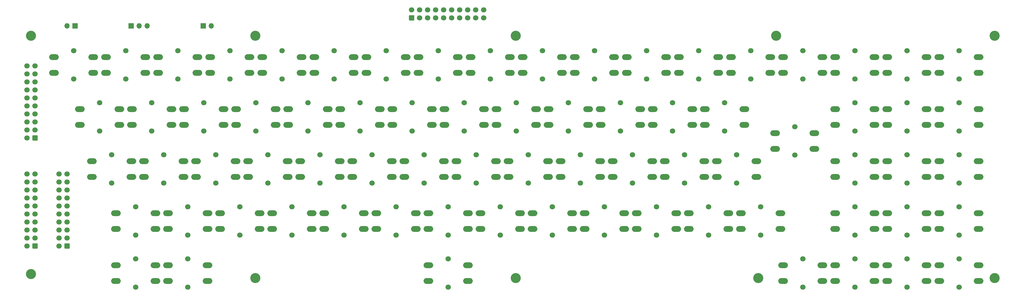
<source format=gbs>
G04 #@! TF.GenerationSoftware,KiCad,Pcbnew,(5.1.12)-1*
G04 #@! TF.CreationDate,2024-09-28T15:58:51+01:00*
G04 #@! TF.ProjectId,Keyboard,4b657962-6f61-4726-942e-6b696361645f,rev?*
G04 #@! TF.SameCoordinates,Original*
G04 #@! TF.FileFunction,Soldermask,Bot*
G04 #@! TF.FilePolarity,Negative*
%FSLAX46Y46*%
G04 Gerber Fmt 4.6, Leading zero omitted, Abs format (unit mm)*
G04 Created by KiCad (PCBNEW (5.1.12)-1) date 2024-09-28 15:58:51*
%MOMM*%
%LPD*%
G01*
G04 APERTURE LIST*
%ADD10C,1.700000*%
%ADD11O,3.048000X1.850000*%
%ADD12C,3.200000*%
%ADD13O,1.700000X1.700000*%
%ADD14R,1.700000X1.700000*%
G04 APERTURE END LIST*
D10*
G04 #@! TO.C,SW59*
X114454000Y-112156000D03*
X114454000Y-103156000D03*
D11*
X108204000Y-110156000D03*
X108204000Y-105156000D03*
X120704000Y-110156000D03*
X120704000Y-105156000D03*
G04 #@! TD*
D10*
G04 #@! TO.C,SW22*
X274474000Y-145176000D03*
X274474000Y-136176000D03*
D11*
X268224000Y-143176000D03*
X268224000Y-138176000D03*
X280724000Y-143176000D03*
X280724000Y-138176000D03*
G04 #@! TD*
D10*
G04 #@! TO.C,SW121*
X290984000Y-145176000D03*
X290984000Y-136176000D03*
D11*
X284734000Y-143176000D03*
X284734000Y-138176000D03*
X297234000Y-143176000D03*
X297234000Y-138176000D03*
G04 #@! TD*
D10*
G04 #@! TO.C,SW79*
X304319000Y-95646000D03*
X304319000Y-86646000D03*
D11*
X298069000Y-93646000D03*
X298069000Y-88646000D03*
X310569000Y-93646000D03*
X310569000Y-88646000D03*
G04 #@! TD*
D10*
G04 #@! TO.C,SW71*
X109374000Y-145176000D03*
X109374000Y-136176000D03*
D11*
X103124000Y-143176000D03*
X103124000Y-138176000D03*
X115624000Y-143176000D03*
X115624000Y-138176000D03*
G04 #@! TD*
D10*
G04 #@! TO.C,SW70*
X85244000Y-128666000D03*
X85244000Y-119666000D03*
D11*
X78994000Y-126666000D03*
X78994000Y-121666000D03*
X91494000Y-126666000D03*
X91494000Y-121666000D03*
G04 #@! TD*
D10*
G04 #@! TO.C,SW69*
X101754000Y-128666000D03*
X101754000Y-119666000D03*
D11*
X95504000Y-126666000D03*
X95504000Y-121666000D03*
X108004000Y-126666000D03*
X108004000Y-121666000D03*
G04 #@! TD*
D10*
G04 #@! TO.C,SW68*
X81434000Y-112156000D03*
X81434000Y-103156000D03*
D11*
X75184000Y-110156000D03*
X75184000Y-105156000D03*
X87684000Y-110156000D03*
X87684000Y-105156000D03*
G04 #@! TD*
D10*
G04 #@! TO.C,SW67*
X97944000Y-112156000D03*
X97944000Y-103156000D03*
D11*
X91694000Y-110156000D03*
X91694000Y-105156000D03*
X104194000Y-110156000D03*
X104194000Y-105156000D03*
G04 #@! TD*
D10*
G04 #@! TO.C,SW66*
X73179000Y-95646000D03*
X73179000Y-86646000D03*
D11*
X66929000Y-93646000D03*
X66929000Y-88646000D03*
X79429000Y-93646000D03*
X79429000Y-88646000D03*
G04 #@! TD*
D10*
G04 #@! TO.C,SW65*
X106199000Y-95646000D03*
X106199000Y-86646000D03*
D11*
X99949000Y-93646000D03*
X99949000Y-88646000D03*
X112449000Y-93646000D03*
X112449000Y-88646000D03*
G04 #@! TD*
D10*
G04 #@! TO.C,SW64*
X89689000Y-95646000D03*
X89689000Y-86646000D03*
D11*
X83439000Y-93646000D03*
X83439000Y-88646000D03*
X95939000Y-93646000D03*
X95939000Y-88646000D03*
G04 #@! TD*
D10*
G04 #@! TO.C,SW63*
X125884000Y-145176000D03*
X125884000Y-136176000D03*
D11*
X119634000Y-143176000D03*
X119634000Y-138176000D03*
X132134000Y-143176000D03*
X132134000Y-138176000D03*
G04 #@! TD*
D10*
G04 #@! TO.C,SW62*
X142394000Y-145176000D03*
X142394000Y-136176000D03*
D11*
X136144000Y-143176000D03*
X136144000Y-138176000D03*
X148644000Y-143176000D03*
X148644000Y-138176000D03*
G04 #@! TD*
D10*
G04 #@! TO.C,SW61*
X134774000Y-128666000D03*
X134774000Y-119666000D03*
D11*
X128524000Y-126666000D03*
X128524000Y-121666000D03*
X141024000Y-126666000D03*
X141024000Y-121666000D03*
G04 #@! TD*
D10*
G04 #@! TO.C,SW60*
X118264000Y-128666000D03*
X118264000Y-119666000D03*
D11*
X112014000Y-126666000D03*
X112014000Y-121666000D03*
X124514000Y-126666000D03*
X124514000Y-121666000D03*
G04 #@! TD*
D10*
G04 #@! TO.C,SW58*
X130964000Y-112156000D03*
X130964000Y-103156000D03*
D11*
X124714000Y-110156000D03*
X124714000Y-105156000D03*
X137214000Y-110156000D03*
X137214000Y-105156000D03*
G04 #@! TD*
D10*
G04 #@! TO.C,SW57*
X122709000Y-95646000D03*
X122709000Y-86646000D03*
D11*
X116459000Y-93646000D03*
X116459000Y-88646000D03*
X128959000Y-93646000D03*
X128959000Y-88646000D03*
G04 #@! TD*
D10*
G04 #@! TO.C,SW56*
X139219000Y-95646000D03*
X139219000Y-86646000D03*
D11*
X132969000Y-93646000D03*
X132969000Y-88646000D03*
X145469000Y-93646000D03*
X145469000Y-88646000D03*
G04 #@! TD*
D10*
G04 #@! TO.C,SW55*
X158904000Y-145176000D03*
X158904000Y-136176000D03*
D11*
X152654000Y-143176000D03*
X152654000Y-138176000D03*
X165154000Y-143176000D03*
X165154000Y-138176000D03*
G04 #@! TD*
D10*
G04 #@! TO.C,SW54*
X175414000Y-145176000D03*
X175414000Y-136176000D03*
D11*
X169164000Y-143176000D03*
X169164000Y-138176000D03*
X181664000Y-143176000D03*
X181664000Y-138176000D03*
G04 #@! TD*
D10*
G04 #@! TO.C,SW53*
X151284000Y-128666000D03*
X151284000Y-119666000D03*
D11*
X145034000Y-126666000D03*
X145034000Y-121666000D03*
X157534000Y-126666000D03*
X157534000Y-121666000D03*
G04 #@! TD*
D10*
G04 #@! TO.C,SW52*
X167794000Y-128666000D03*
X167794000Y-119666000D03*
D11*
X161544000Y-126666000D03*
X161544000Y-121666000D03*
X174044000Y-126666000D03*
X174044000Y-121666000D03*
G04 #@! TD*
D10*
G04 #@! TO.C,SW51*
X163984000Y-112156000D03*
X163984000Y-103156000D03*
D11*
X157734000Y-110156000D03*
X157734000Y-105156000D03*
X170234000Y-110156000D03*
X170234000Y-105156000D03*
G04 #@! TD*
D10*
G04 #@! TO.C,SW50*
X147474000Y-112156000D03*
X147474000Y-103156000D03*
D11*
X141224000Y-110156000D03*
X141224000Y-105156000D03*
X153724000Y-110156000D03*
X153724000Y-105156000D03*
G04 #@! TD*
D10*
G04 #@! TO.C,SW49*
X155729000Y-95646000D03*
X155729000Y-86646000D03*
D11*
X149479000Y-93646000D03*
X149479000Y-88646000D03*
X161979000Y-93646000D03*
X161979000Y-88646000D03*
G04 #@! TD*
D10*
G04 #@! TO.C,SW48*
X172239000Y-95646000D03*
X172239000Y-86646000D03*
D11*
X165989000Y-93646000D03*
X165989000Y-88646000D03*
X178489000Y-93646000D03*
X178489000Y-88646000D03*
G04 #@! TD*
D10*
G04 #@! TO.C,SW47*
X191924000Y-161686000D03*
X191924000Y-152686000D03*
D11*
X185674000Y-159686000D03*
X185674000Y-154686000D03*
X198174000Y-159686000D03*
X198174000Y-154686000D03*
G04 #@! TD*
D10*
G04 #@! TO.C,SW46*
X191924000Y-145176000D03*
X191924000Y-136176000D03*
D11*
X185674000Y-143176000D03*
X185674000Y-138176000D03*
X198174000Y-143176000D03*
X198174000Y-138176000D03*
G04 #@! TD*
D10*
G04 #@! TO.C,SW45*
X200814000Y-128666000D03*
X200814000Y-119666000D03*
D11*
X194564000Y-126666000D03*
X194564000Y-121666000D03*
X207064000Y-126666000D03*
X207064000Y-121666000D03*
G04 #@! TD*
D10*
G04 #@! TO.C,SW44*
X184304000Y-128666000D03*
X184304000Y-119666000D03*
D11*
X178054000Y-126666000D03*
X178054000Y-121666000D03*
X190554000Y-126666000D03*
X190554000Y-121666000D03*
G04 #@! TD*
D10*
G04 #@! TO.C,SW43*
X180494000Y-112156000D03*
X180494000Y-103156000D03*
D11*
X174244000Y-110156000D03*
X174244000Y-105156000D03*
X186744000Y-110156000D03*
X186744000Y-105156000D03*
G04 #@! TD*
D10*
G04 #@! TO.C,SW42*
X197004000Y-112156000D03*
X197004000Y-103156000D03*
D11*
X190754000Y-110156000D03*
X190754000Y-105156000D03*
X203254000Y-110156000D03*
X203254000Y-105156000D03*
G04 #@! TD*
D10*
G04 #@! TO.C,SW41*
X188749000Y-95646000D03*
X188749000Y-86646000D03*
D11*
X182499000Y-93646000D03*
X182499000Y-88646000D03*
X194999000Y-93646000D03*
X194999000Y-88646000D03*
G04 #@! TD*
D10*
G04 #@! TO.C,SW40*
X205259000Y-95646000D03*
X205259000Y-86646000D03*
D11*
X199009000Y-93646000D03*
X199009000Y-88646000D03*
X211509000Y-93646000D03*
X211509000Y-88646000D03*
G04 #@! TD*
D10*
G04 #@! TO.C,SW39*
X224944000Y-145176000D03*
X224944000Y-136176000D03*
D11*
X218694000Y-143176000D03*
X218694000Y-138176000D03*
X231194000Y-143176000D03*
X231194000Y-138176000D03*
G04 #@! TD*
D10*
G04 #@! TO.C,SW38*
X208434000Y-145176000D03*
X208434000Y-136176000D03*
D11*
X202184000Y-143176000D03*
X202184000Y-138176000D03*
X214684000Y-143176000D03*
X214684000Y-138176000D03*
G04 #@! TD*
D10*
G04 #@! TO.C,SW37*
X217324000Y-128666000D03*
X217324000Y-119666000D03*
D11*
X211074000Y-126666000D03*
X211074000Y-121666000D03*
X223574000Y-126666000D03*
X223574000Y-121666000D03*
G04 #@! TD*
D10*
G04 #@! TO.C,SW36*
X233834000Y-128666000D03*
X233834000Y-119666000D03*
D11*
X227584000Y-126666000D03*
X227584000Y-121666000D03*
X240084000Y-126666000D03*
X240084000Y-121666000D03*
G04 #@! TD*
D10*
G04 #@! TO.C,SW35*
X213514000Y-112156000D03*
X213514000Y-103156000D03*
D11*
X207264000Y-110156000D03*
X207264000Y-105156000D03*
X219764000Y-110156000D03*
X219764000Y-105156000D03*
G04 #@! TD*
D10*
G04 #@! TO.C,SW34*
X230024000Y-112156000D03*
X230024000Y-103156000D03*
D11*
X223774000Y-110156000D03*
X223774000Y-105156000D03*
X236274000Y-110156000D03*
X236274000Y-105156000D03*
G04 #@! TD*
D10*
G04 #@! TO.C,SW33*
X221769000Y-95646000D03*
X221769000Y-86646000D03*
D11*
X215519000Y-93646000D03*
X215519000Y-88646000D03*
X228019000Y-93646000D03*
X228019000Y-88646000D03*
G04 #@! TD*
D10*
G04 #@! TO.C,SW32*
X238279000Y-95646000D03*
X238279000Y-86646000D03*
D11*
X232029000Y-93646000D03*
X232029000Y-88646000D03*
X244529000Y-93646000D03*
X244529000Y-88646000D03*
G04 #@! TD*
D10*
G04 #@! TO.C,SW31*
X241454000Y-145176000D03*
X241454000Y-136176000D03*
D11*
X235204000Y-143176000D03*
X235204000Y-138176000D03*
X247704000Y-143176000D03*
X247704000Y-138176000D03*
G04 #@! TD*
D10*
G04 #@! TO.C,SW30*
X257964000Y-145176000D03*
X257964000Y-136176000D03*
D11*
X251714000Y-143176000D03*
X251714000Y-138176000D03*
X264214000Y-143176000D03*
X264214000Y-138176000D03*
G04 #@! TD*
D10*
G04 #@! TO.C,SW29*
X250344000Y-128666000D03*
X250344000Y-119666000D03*
D11*
X244094000Y-126666000D03*
X244094000Y-121666000D03*
X256594000Y-126666000D03*
X256594000Y-121666000D03*
G04 #@! TD*
D10*
G04 #@! TO.C,SW28*
X266854000Y-128666000D03*
X266854000Y-119666000D03*
D11*
X260604000Y-126666000D03*
X260604000Y-121666000D03*
X273104000Y-126666000D03*
X273104000Y-121666000D03*
G04 #@! TD*
D10*
G04 #@! TO.C,SW27*
X246534000Y-112156000D03*
X246534000Y-103156000D03*
D11*
X240284000Y-110156000D03*
X240284000Y-105156000D03*
X252784000Y-110156000D03*
X252784000Y-105156000D03*
G04 #@! TD*
D10*
G04 #@! TO.C,SW26*
X263044000Y-112156000D03*
X263044000Y-103156000D03*
D11*
X256794000Y-110156000D03*
X256794000Y-105156000D03*
X269294000Y-110156000D03*
X269294000Y-105156000D03*
G04 #@! TD*
D10*
G04 #@! TO.C,SW25*
X254789000Y-95646000D03*
X254789000Y-86646000D03*
D11*
X248539000Y-93646000D03*
X248539000Y-88646000D03*
X261039000Y-93646000D03*
X261039000Y-88646000D03*
G04 #@! TD*
D10*
G04 #@! TO.C,SW24*
X271299000Y-95646000D03*
X271299000Y-86646000D03*
D11*
X265049000Y-93646000D03*
X265049000Y-88646000D03*
X277549000Y-93646000D03*
X277549000Y-88646000D03*
G04 #@! TD*
D10*
G04 #@! TO.C,SW23*
X92864000Y-161686000D03*
X92864000Y-152686000D03*
D11*
X86614000Y-159686000D03*
X86614000Y-154686000D03*
X99114000Y-159686000D03*
X99114000Y-154686000D03*
G04 #@! TD*
D10*
G04 #@! TO.C,SW21*
X92864000Y-145176000D03*
X92864000Y-136176000D03*
D11*
X86614000Y-143176000D03*
X86614000Y-138176000D03*
X99114000Y-143176000D03*
X99114000Y-138176000D03*
G04 #@! TD*
D10*
G04 #@! TO.C,SW20*
X320829000Y-112156000D03*
X320829000Y-103156000D03*
D11*
X314579000Y-110156000D03*
X314579000Y-105156000D03*
X327079000Y-110156000D03*
X327079000Y-105156000D03*
G04 #@! TD*
D10*
G04 #@! TO.C,SW19*
X283364000Y-128666000D03*
X283364000Y-119666000D03*
D11*
X277114000Y-126666000D03*
X277114000Y-121666000D03*
X289614000Y-126666000D03*
X289614000Y-121666000D03*
G04 #@! TD*
D10*
G04 #@! TO.C,SW18*
X301779000Y-119776000D03*
X301779000Y-110776000D03*
D11*
X295529000Y-117776000D03*
X295529000Y-112776000D03*
X308029000Y-117776000D03*
X308029000Y-112776000D03*
G04 #@! TD*
D10*
G04 #@! TO.C,SW17*
X279554000Y-112156000D03*
X279554000Y-103156000D03*
D11*
X273304000Y-110156000D03*
X273304000Y-105156000D03*
X285804000Y-110156000D03*
X285804000Y-105156000D03*
G04 #@! TD*
D10*
G04 #@! TO.C,SW16*
X287809000Y-95646000D03*
X287809000Y-86646000D03*
D11*
X281559000Y-93646000D03*
X281559000Y-88646000D03*
X294059000Y-93646000D03*
X294059000Y-88646000D03*
G04 #@! TD*
D10*
G04 #@! TO.C,SW15*
X320829000Y-145176000D03*
X320829000Y-136176000D03*
D11*
X314579000Y-143176000D03*
X314579000Y-138176000D03*
X327079000Y-143176000D03*
X327079000Y-138176000D03*
G04 #@! TD*
D10*
G04 #@! TO.C,SW14*
X337339000Y-128666000D03*
X337339000Y-119666000D03*
D11*
X331089000Y-126666000D03*
X331089000Y-121666000D03*
X343589000Y-126666000D03*
X343589000Y-121666000D03*
G04 #@! TD*
D10*
G04 #@! TO.C,SW13*
X320829000Y-128666000D03*
X320829000Y-119666000D03*
D11*
X314579000Y-126666000D03*
X314579000Y-121666000D03*
X327079000Y-126666000D03*
X327079000Y-121666000D03*
G04 #@! TD*
D10*
G04 #@! TO.C,SW12*
X337339000Y-112156000D03*
X337339000Y-103156000D03*
D11*
X331089000Y-110156000D03*
X331089000Y-105156000D03*
X343589000Y-110156000D03*
X343589000Y-105156000D03*
G04 #@! TD*
D10*
G04 #@! TO.C,SW11*
X337339000Y-95646000D03*
X337339000Y-86646000D03*
D11*
X331089000Y-93646000D03*
X331089000Y-88646000D03*
X343589000Y-93646000D03*
X343589000Y-88646000D03*
G04 #@! TD*
D10*
G04 #@! TO.C,SW10*
X320829000Y-95646000D03*
X320829000Y-86646000D03*
D11*
X314579000Y-93646000D03*
X314579000Y-88646000D03*
X327079000Y-93646000D03*
X327079000Y-88646000D03*
G04 #@! TD*
D10*
G04 #@! TO.C,SW9*
X109374000Y-161686000D03*
X109374000Y-152686000D03*
D11*
X103124000Y-159686000D03*
X103124000Y-154686000D03*
X115624000Y-159686000D03*
X115624000Y-154686000D03*
G04 #@! TD*
D10*
G04 #@! TO.C,SW8*
X320829000Y-161686000D03*
X320829000Y-152686000D03*
D11*
X314579000Y-159686000D03*
X314579000Y-154686000D03*
X327079000Y-159686000D03*
X327079000Y-154686000D03*
G04 #@! TD*
D10*
G04 #@! TO.C,SW7*
X353849000Y-145176000D03*
X353849000Y-136176000D03*
D11*
X347599000Y-143176000D03*
X347599000Y-138176000D03*
X360099000Y-143176000D03*
X360099000Y-138176000D03*
G04 #@! TD*
D10*
G04 #@! TO.C,SW6*
X304319000Y-161686000D03*
X304319000Y-152686000D03*
D11*
X298069000Y-159686000D03*
X298069000Y-154686000D03*
X310569000Y-159686000D03*
X310569000Y-154686000D03*
G04 #@! TD*
D10*
G04 #@! TO.C,SW5*
X353849000Y-128666000D03*
X353849000Y-119666000D03*
D11*
X347599000Y-126666000D03*
X347599000Y-121666000D03*
X360099000Y-126666000D03*
X360099000Y-121666000D03*
G04 #@! TD*
D10*
G04 #@! TO.C,SW4*
X353849000Y-112156000D03*
X353849000Y-103156000D03*
D11*
X347599000Y-110156000D03*
X347599000Y-105156000D03*
X360099000Y-110156000D03*
X360099000Y-105156000D03*
G04 #@! TD*
D10*
G04 #@! TO.C,SW3*
X353849000Y-95646000D03*
X353849000Y-86646000D03*
D11*
X347599000Y-93646000D03*
X347599000Y-88646000D03*
X360099000Y-93646000D03*
X360099000Y-88646000D03*
G04 #@! TD*
D10*
G04 #@! TO.C,SW2*
X337339000Y-161686000D03*
X337339000Y-152686000D03*
D11*
X331089000Y-159686000D03*
X331089000Y-154686000D03*
X343589000Y-159686000D03*
X343589000Y-154686000D03*
G04 #@! TD*
D10*
G04 #@! TO.C,SW1*
X353849000Y-161686000D03*
X353849000Y-152686000D03*
D11*
X347599000Y-159686000D03*
X347599000Y-154686000D03*
X360099000Y-159686000D03*
X360099000Y-154686000D03*
G04 #@! TD*
D10*
G04 #@! TO.C,SW0*
X337339000Y-145176000D03*
X337339000Y-136176000D03*
D11*
X331089000Y-143176000D03*
X331089000Y-138176000D03*
X343589000Y-143176000D03*
X343589000Y-138176000D03*
G04 #@! TD*
D10*
G04 #@! TO.C,J1*
X68580000Y-125730000D03*
X68580000Y-128270000D03*
X68580000Y-130810000D03*
X68580000Y-133350000D03*
X68580000Y-135890000D03*
X68580000Y-138430000D03*
X68580000Y-140970000D03*
X68580000Y-143510000D03*
X68580000Y-146050000D03*
X68580000Y-148590000D03*
X71120000Y-125730000D03*
X71120000Y-128270000D03*
X71120000Y-130810000D03*
X71120000Y-133350000D03*
X71120000Y-135890000D03*
X71120000Y-138430000D03*
X71120000Y-140970000D03*
X71120000Y-143510000D03*
X71120000Y-146050000D03*
G36*
G01*
X71970000Y-147990000D02*
X71970000Y-149190000D01*
G75*
G02*
X71720000Y-149440000I-250000J0D01*
G01*
X70520000Y-149440000D01*
G75*
G02*
X70270000Y-149190000I0J250000D01*
G01*
X70270000Y-147990000D01*
G75*
G02*
X70520000Y-147740000I250000J0D01*
G01*
X71720000Y-147740000D01*
G75*
G02*
X71970000Y-147990000I0J-250000D01*
G01*
G37*
G04 #@! TD*
G04 #@! TO.C,J4*
X58420000Y-91440000D03*
X58420000Y-93980000D03*
X58420000Y-96520000D03*
X58420000Y-99060000D03*
X58420000Y-101600000D03*
X58420000Y-104140000D03*
X58420000Y-106680000D03*
X58420000Y-109220000D03*
X58420000Y-111760000D03*
X58420000Y-114300000D03*
X60960000Y-91440000D03*
X60960000Y-93980000D03*
X60960000Y-96520000D03*
X60960000Y-99060000D03*
X60960000Y-101600000D03*
X60960000Y-104140000D03*
X60960000Y-106680000D03*
X60960000Y-109220000D03*
X60960000Y-111760000D03*
G36*
G01*
X61810000Y-113700000D02*
X61810000Y-114900000D01*
G75*
G02*
X61560000Y-115150000I-250000J0D01*
G01*
X60360000Y-115150000D01*
G75*
G02*
X60110000Y-114900000I0J250000D01*
G01*
X60110000Y-113700000D01*
G75*
G02*
X60360000Y-113450000I250000J0D01*
G01*
X61560000Y-113450000D01*
G75*
G02*
X61810000Y-113700000I0J-250000D01*
G01*
G37*
G04 #@! TD*
G04 #@! TO.C,J3*
X58420000Y-125730000D03*
X58420000Y-128270000D03*
X58420000Y-130810000D03*
X58420000Y-133350000D03*
X58420000Y-135890000D03*
X58420000Y-138430000D03*
X58420000Y-140970000D03*
X58420000Y-143510000D03*
X58420000Y-146050000D03*
X58420000Y-148590000D03*
X60960000Y-125730000D03*
X60960000Y-128270000D03*
X60960000Y-130810000D03*
X60960000Y-133350000D03*
X60960000Y-135890000D03*
X60960000Y-138430000D03*
X60960000Y-140970000D03*
X60960000Y-143510000D03*
X60960000Y-146050000D03*
G36*
G01*
X61810000Y-147990000D02*
X61810000Y-149190000D01*
G75*
G02*
X61560000Y-149440000I-250000J0D01*
G01*
X60360000Y-149440000D01*
G75*
G02*
X60110000Y-149190000I0J250000D01*
G01*
X60110000Y-147990000D01*
G75*
G02*
X60360000Y-147740000I250000J0D01*
G01*
X61560000Y-147740000D01*
G75*
G02*
X61810000Y-147990000I0J-250000D01*
G01*
G37*
G04 #@! TD*
G04 #@! TO.C,J2*
X203200000Y-73660000D03*
X200660000Y-73660000D03*
X198120000Y-73660000D03*
X195580000Y-73660000D03*
X193040000Y-73660000D03*
X190500000Y-73660000D03*
X187960000Y-73660000D03*
X185420000Y-73660000D03*
X182880000Y-73660000D03*
X180340000Y-73660000D03*
X203200000Y-76200000D03*
X200660000Y-76200000D03*
X198120000Y-76200000D03*
X195580000Y-76200000D03*
X193040000Y-76200000D03*
X190500000Y-76200000D03*
X187960000Y-76200000D03*
X185420000Y-76200000D03*
X182880000Y-76200000D03*
G36*
G01*
X180940000Y-77050000D02*
X179740000Y-77050000D01*
G75*
G02*
X179490000Y-76800000I0J250000D01*
G01*
X179490000Y-75600000D01*
G75*
G02*
X179740000Y-75350000I250000J0D01*
G01*
X180940000Y-75350000D01*
G75*
G02*
X181190000Y-75600000I0J-250000D01*
G01*
X181190000Y-76800000D01*
G75*
G02*
X180940000Y-77050000I-250000J0D01*
G01*
G37*
G04 #@! TD*
D12*
G04 #@! TO.C,H15*
X365125000Y-158750000D03*
G04 #@! TD*
G04 #@! TO.C,H14*
X290195000Y-158750000D03*
G04 #@! TD*
G04 #@! TO.C,H13*
X213360000Y-158750000D03*
G04 #@! TD*
G04 #@! TO.C,H12*
X130810000Y-158750000D03*
G04 #@! TD*
G04 #@! TO.C,H11*
X59690000Y-157480000D03*
G04 #@! TD*
G04 #@! TO.C,H5*
X365125000Y-81915000D03*
G04 #@! TD*
G04 #@! TO.C,H4*
X295910000Y-81915000D03*
G04 #@! TD*
G04 #@! TO.C,H3*
X213360000Y-81915000D03*
G04 #@! TD*
G04 #@! TO.C,H2*
X130810000Y-81915000D03*
G04 #@! TD*
G04 #@! TO.C,H1*
X59690000Y-81915000D03*
G04 #@! TD*
D13*
G04 #@! TO.C,JP2*
X116840000Y-78740000D03*
D14*
X114300000Y-78740000D03*
G04 #@! TD*
D13*
G04 #@! TO.C,JP1*
X96520000Y-78740000D03*
X93980000Y-78740000D03*
D14*
X91440000Y-78740000D03*
G04 #@! TD*
D13*
G04 #@! TO.C,JP3*
X71120000Y-78740000D03*
D14*
X73660000Y-78740000D03*
G04 #@! TD*
M02*

</source>
